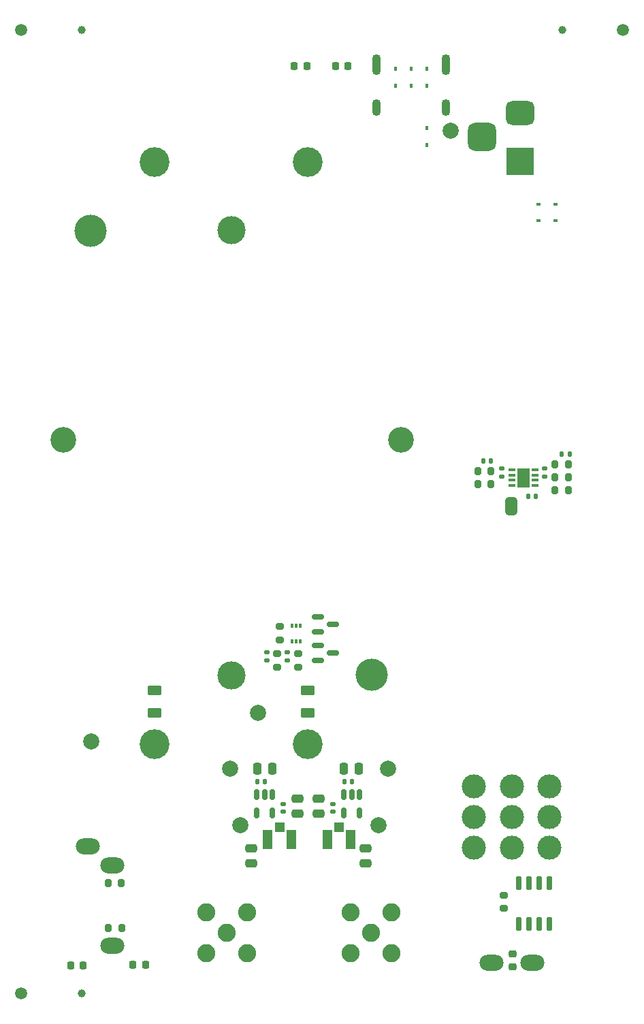
<source format=gbr>
%TF.GenerationSoftware,KiCad,Pcbnew,9.0.2+dfsg-1*%
%TF.CreationDate,2025-07-08T11:28:32+01:00*%
%TF.ProjectId,low-noise-power-probe-panel,6c6f772d-6e6f-4697-9365-2d706f776572,rev?*%
%TF.SameCoordinates,Original*%
%TF.FileFunction,Soldermask,Bot*%
%TF.FilePolarity,Negative*%
%FSLAX46Y46*%
G04 Gerber Fmt 4.6, Leading zero omitted, Abs format (unit mm)*
G04 Created by KiCad (PCBNEW 9.0.2+dfsg-1) date 2025-07-08 11:28:32*
%MOMM*%
%LPD*%
G01*
G04 APERTURE LIST*
G04 Aperture macros list*
%AMRoundRect*
0 Rectangle with rounded corners*
0 $1 Rounding radius*
0 $2 $3 $4 $5 $6 $7 $8 $9 X,Y pos of 4 corners*
0 Add a 4 corners polygon primitive as box body*
4,1,4,$2,$3,$4,$5,$6,$7,$8,$9,$2,$3,0*
0 Add four circle primitives for the rounded corners*
1,1,$1+$1,$2,$3*
1,1,$1+$1,$4,$5*
1,1,$1+$1,$6,$7*
1,1,$1+$1,$8,$9*
0 Add four rect primitives between the rounded corners*
20,1,$1+$1,$2,$3,$4,$5,0*
20,1,$1+$1,$4,$5,$6,$7,0*
20,1,$1+$1,$6,$7,$8,$9,0*
20,1,$1+$1,$8,$9,$2,$3,0*%
%AMFreePoly0*
4,1,23,0.500000,-0.750000,0.000000,-0.750000,0.000000,-0.745722,-0.065263,-0.745722,-0.191342,-0.711940,-0.304381,-0.646677,-0.396677,-0.554381,-0.461940,-0.441342,-0.495722,-0.315263,-0.495722,-0.250000,-0.500000,-0.250000,-0.500000,0.250000,-0.495722,0.250000,-0.495722,0.315263,-0.461940,0.441342,-0.396677,0.554381,-0.304381,0.646677,-0.191342,0.711940,-0.065263,0.745722,0.000000,0.745722,
0.000000,0.750000,0.500000,0.750000,0.500000,-0.750000,0.500000,-0.750000,$1*%
%AMFreePoly1*
4,1,23,0.000000,0.745722,0.065263,0.745722,0.191342,0.711940,0.304381,0.646677,0.396677,0.554381,0.461940,0.441342,0.495722,0.315263,0.495722,0.250000,0.500000,0.250000,0.500000,-0.250000,0.495722,-0.250000,0.495722,-0.315263,0.461940,-0.441342,0.396677,-0.554381,0.304381,-0.646677,0.191342,-0.711940,0.065263,-0.745722,0.000000,-0.745722,0.000000,-0.750000,-0.500000,-0.750000,
-0.500000,0.750000,0.000000,0.750000,0.000000,0.745722,0.000000,0.745722,$1*%
G04 Aperture macros list end*
%ADD10C,3.000000*%
%ADD11O,3.000000X2.000000*%
%ADD12C,1.500000*%
%ADD13C,3.200000*%
%ADD14C,2.250000*%
%ADD15O,1.100000X2.100000*%
%ADD16O,1.100000X2.600000*%
%ADD17R,3.500000X3.500000*%
%ADD18RoundRect,0.750000X-1.000000X0.750000X-1.000000X-0.750000X1.000000X-0.750000X1.000000X0.750000X0*%
%ADD19RoundRect,0.875000X-0.875000X0.875000X-0.875000X-0.875000X0.875000X-0.875000X0.875000X0.875000X0*%
%ADD20C,2.000000*%
%ADD21C,3.500000*%
%ADD22C,4.000000*%
%ADD23C,3.700000*%
%ADD24RoundRect,0.218750X-0.218750X-0.256250X0.218750X-0.256250X0.218750X0.256250X-0.218750X0.256250X0*%
%ADD25R,0.450000X0.600000*%
%ADD26RoundRect,0.200000X0.200000X0.275000X-0.200000X0.275000X-0.200000X-0.275000X0.200000X-0.275000X0*%
%ADD27R,0.300000X0.520000*%
%ADD28RoundRect,0.250000X0.625000X-0.375000X0.625000X0.375000X-0.625000X0.375000X-0.625000X-0.375000X0*%
%ADD29RoundRect,0.200000X-0.200000X-0.275000X0.200000X-0.275000X0.200000X0.275000X-0.200000X0.275000X0*%
%ADD30RoundRect,0.200000X-0.275000X0.200000X-0.275000X-0.200000X0.275000X-0.200000X0.275000X0.200000X0*%
%ADD31RoundRect,0.140000X-0.140000X-0.170000X0.140000X-0.170000X0.140000X0.170000X-0.140000X0.170000X0*%
%ADD32RoundRect,0.218750X0.256250X-0.218750X0.256250X0.218750X-0.256250X0.218750X-0.256250X-0.218750X0*%
%ADD33RoundRect,0.250000X-0.250000X-0.475000X0.250000X-0.475000X0.250000X0.475000X-0.250000X0.475000X0*%
%ADD34RoundRect,0.140000X0.170000X-0.140000X0.170000X0.140000X-0.170000X0.140000X-0.170000X-0.140000X0*%
%ADD35RoundRect,0.150000X-0.150000X0.512500X-0.150000X-0.512500X0.150000X-0.512500X0.150000X0.512500X0*%
%ADD36RoundRect,0.140000X-0.170000X0.140000X-0.170000X-0.140000X0.170000X-0.140000X0.170000X0.140000X0*%
%ADD37R,0.600000X0.450000*%
%ADD38RoundRect,0.250000X-0.625000X0.375000X-0.625000X-0.375000X0.625000X-0.375000X0.625000X0.375000X0*%
%ADD39RoundRect,0.250000X-0.475000X0.250000X-0.475000X-0.250000X0.475000X-0.250000X0.475000X0.250000X0*%
%ADD40RoundRect,0.150000X-0.587500X-0.150000X0.587500X-0.150000X0.587500X0.150000X-0.587500X0.150000X0*%
%ADD41RoundRect,0.140000X0.140000X0.170000X-0.140000X0.170000X-0.140000X-0.170000X0.140000X-0.170000X0*%
%ADD42FreePoly0,90.000000*%
%ADD43FreePoly1,90.000000*%
%ADD44RoundRect,0.150000X-0.150000X0.725000X-0.150000X-0.725000X0.150000X-0.725000X0.150000X0.725000X0*%
%ADD45RoundRect,0.250000X0.475000X-0.250000X0.475000X0.250000X-0.475000X0.250000X-0.475000X-0.250000X0*%
%ADD46RoundRect,0.101600X0.525000X-1.100000X0.525000X1.100000X-0.525000X1.100000X-0.525000X-1.100000X0*%
%ADD47RoundRect,0.101600X0.500000X-0.525000X0.500000X0.525000X-0.500000X0.525000X-0.500000X-0.525000X0*%
%ADD48C,1.000000*%
%ADD49RoundRect,0.200000X0.275000X-0.200000X0.275000X0.200000X-0.275000X0.200000X-0.275000X-0.200000X0*%
%ADD50RoundRect,0.087500X0.337500X0.087500X-0.337500X0.087500X-0.337500X-0.087500X0.337500X-0.087500X0*%
%ADD51R,1.650000X2.400000*%
G04 APERTURE END LIST*
%TO.C,JP1*%
G36*
X234250000Y-81825000D02*
G01*
X232750000Y-81825000D01*
X232750000Y-81525000D01*
X234250000Y-81525000D01*
X234250000Y-81825000D01*
G37*
%TD*%
D10*
%TO.C,SW1*%
X238300000Y-124120000D03*
X233600000Y-124120000D03*
X228900000Y-124120000D03*
X238300000Y-120310000D03*
X233600000Y-120310000D03*
X228900000Y-120310000D03*
X238300000Y-116500000D03*
X233600000Y-116500000D03*
X228900000Y-116500000D03*
D11*
X231060000Y-138470000D03*
X236140000Y-138470000D03*
%TD*%
D12*
%TO.C,KiKit_TO_3*%
X172600000Y-142300000D03*
%TD*%
D13*
%TO.C,REF\u002A\u002A*%
X177800000Y-73475000D03*
%TD*%
D11*
%TO.C,RV1*%
X183900000Y-136325000D03*
X180900000Y-124025000D03*
X183900000Y-126325000D03*
%TD*%
D14*
%TO.C,J1*%
X198100000Y-134775000D03*
X200640000Y-137315000D03*
X200640000Y-132235000D03*
X195560000Y-137315000D03*
X195560000Y-132235000D03*
%TD*%
D13*
%TO.C,REF\u002A\u002A*%
X219800000Y-73475000D03*
%TD*%
D15*
%TO.C,J4*%
X225429483Y-32125000D03*
D16*
X225429483Y-26765000D03*
D15*
X216789483Y-32125000D03*
D16*
X216789483Y-26765000D03*
%TD*%
D17*
%TO.C,J3*%
X234600000Y-38775000D03*
D18*
X234600000Y-32775000D03*
D19*
X229900000Y-35775000D03*
%TD*%
D12*
%TO.C,KiKit_TO_1*%
X172600000Y-22500000D03*
%TD*%
%TO.C,KiKit_TO_2*%
X247400000Y-22500000D03*
%TD*%
D20*
%TO.C,BT1*%
X181300000Y-110975000D03*
D21*
X198700000Y-102775000D03*
D22*
X216200000Y-102675000D03*
X181200000Y-47475000D03*
D21*
X198700000Y-47375000D03*
D23*
X189150000Y-111250000D03*
X189150000Y-38900000D03*
X208250000Y-111250000D03*
X208250000Y-38900000D03*
%TD*%
D14*
%TO.C,J2*%
X216100000Y-134735000D03*
X218640000Y-137275000D03*
X218640000Y-132195000D03*
X213560000Y-137275000D03*
X213560000Y-132195000D03*
%TD*%
D20*
%TO.C,TP3*%
X198600000Y-114375000D03*
%TD*%
%TO.C,TP9*%
X217000000Y-121375000D03*
%TD*%
D24*
%TO.C,D1*%
X206537500Y-26925000D03*
X208112500Y-26925000D03*
%TD*%
D25*
%TO.C,D9*%
X223050000Y-34675000D03*
X223050000Y-36775000D03*
%TD*%
D26*
%TO.C,R30*%
X231025000Y-78975000D03*
X229375000Y-78975000D03*
%TD*%
D27*
%TO.C,U10*%
X206300000Y-96585000D03*
X206800000Y-96585000D03*
X207300000Y-96585000D03*
X207300000Y-98465000D03*
X206800000Y-98465000D03*
X206300000Y-98465000D03*
%TD*%
D28*
%TO.C,F3*%
X189150000Y-107375000D03*
X189150000Y-104575000D03*
%TD*%
D29*
%TO.C,R29*%
X238975000Y-79675000D03*
X240625000Y-79675000D03*
%TD*%
D24*
%TO.C,D3*%
X178712500Y-138775000D03*
X180287500Y-138775000D03*
%TD*%
D30*
%TO.C,R32*%
X207000000Y-100035000D03*
X207000000Y-101685000D03*
%TD*%
D25*
%TO.C,D11*%
X223050000Y-29375000D03*
X223050000Y-27275000D03*
%TD*%
D31*
%TO.C,C2*%
X235620000Y-80475000D03*
X236580000Y-80475000D03*
%TD*%
D26*
%TO.C,R11*%
X231025000Y-77375000D03*
X229375000Y-77375000D03*
%TD*%
D29*
%TO.C,R27*%
X238975000Y-76475000D03*
X240625000Y-76475000D03*
%TD*%
D20*
%TO.C,TP8*%
X218200000Y-114375000D03*
%TD*%
D32*
%TO.C,D6*%
X233700000Y-138937500D03*
X233700000Y-137362500D03*
%TD*%
D30*
%TO.C,R33*%
X204400000Y-100035000D03*
X204400000Y-101685000D03*
%TD*%
D33*
%TO.C,C5*%
X201950000Y-114375000D03*
X203850000Y-114375000D03*
%TD*%
D25*
%TO.C,D12*%
X221100000Y-29375000D03*
X221100000Y-27275000D03*
%TD*%
D34*
%TO.C,C13*%
X211375000Y-119680000D03*
X211375000Y-118720000D03*
%TD*%
D20*
%TO.C,TP7*%
X202000000Y-107375000D03*
%TD*%
D34*
%TO.C,C17*%
X237700000Y-77985000D03*
X237700000Y-77025000D03*
%TD*%
D25*
%TO.C,D10*%
X219150000Y-29375000D03*
X219150000Y-27275000D03*
%TD*%
D31*
%TO.C,C15*%
X230040000Y-76075000D03*
X231000000Y-76075000D03*
%TD*%
D35*
%TO.C,U5*%
X212725000Y-117562500D03*
X213675000Y-117562500D03*
X214625000Y-117562500D03*
X214625000Y-119837500D03*
X212725000Y-119837500D03*
%TD*%
D36*
%TO.C,C18*%
X232300000Y-77015000D03*
X232300000Y-77975000D03*
%TD*%
D37*
%TO.C,D13*%
X239050000Y-44175000D03*
X236950000Y-44175000D03*
%TD*%
%TO.C,D15*%
X239050000Y-46175000D03*
X236950000Y-46175000D03*
%TD*%
D38*
%TO.C,F4*%
X208250000Y-104575000D03*
X208250000Y-107375000D03*
%TD*%
D39*
%TO.C,C12*%
X209575000Y-118050000D03*
X209575000Y-119950000D03*
%TD*%
D40*
%TO.C,Q2*%
X209500000Y-100885000D03*
X209500000Y-98985000D03*
X211375000Y-99935000D03*
%TD*%
D41*
%TO.C,C6*%
X202880000Y-115975000D03*
X201920000Y-115975000D03*
%TD*%
D42*
%TO.C,JP1*%
X233500000Y-82325000D03*
D43*
X233500000Y-81025000D03*
%TD*%
D44*
%TO.C,U7*%
X234495000Y-128525000D03*
X235765000Y-128525000D03*
X237035000Y-128525000D03*
X238305000Y-128525000D03*
X238305000Y-133675000D03*
X237035000Y-133675000D03*
X235765000Y-133675000D03*
X234495000Y-133675000D03*
%TD*%
D26*
%TO.C,R16*%
X185075000Y-134125000D03*
X183425000Y-134125000D03*
%TD*%
D45*
%TO.C,C7*%
X206950000Y-119950000D03*
X206950000Y-118050000D03*
%TD*%
D30*
%TO.C,R31*%
X204700000Y-96675000D03*
X204700000Y-98325000D03*
%TD*%
D20*
%TO.C,TP4*%
X199800000Y-121375000D03*
%TD*%
D29*
%TO.C,R28*%
X238975000Y-78075000D03*
X240625000Y-78075000D03*
%TD*%
D33*
%TO.C,C10*%
X212675000Y-114375000D03*
X214575000Y-114375000D03*
%TD*%
D35*
%TO.C,U3*%
X201900000Y-117537500D03*
X202850000Y-117537500D03*
X203800000Y-117537500D03*
X203800000Y-119812500D03*
X201900000Y-119812500D03*
%TD*%
D45*
%TO.C,C30*%
X215400000Y-126125000D03*
X215400000Y-124225000D03*
%TD*%
D46*
%TO.C,TP10*%
X213575000Y-123125000D03*
X210625000Y-123125000D03*
D47*
X212100000Y-121600000D03*
%TD*%
D46*
%TO.C,TP5*%
X206175000Y-123125000D03*
X203225000Y-123125000D03*
D47*
X204700000Y-121600000D03*
%TD*%
D34*
%TO.C,C20*%
X203100000Y-100840000D03*
X203100000Y-99880000D03*
%TD*%
D48*
%TO.C,KiKit_FID_B_1*%
X180100000Y-22500000D03*
%TD*%
D40*
%TO.C,Q3*%
X209500000Y-97325000D03*
X209500000Y-95425000D03*
X211375000Y-96375000D03*
%TD*%
D20*
%TO.C,TP21*%
X226000000Y-35000000D03*
%TD*%
D41*
%TO.C,C11*%
X213705000Y-115975000D03*
X212745000Y-115975000D03*
%TD*%
D48*
%TO.C,KiKit_FID_B_2*%
X239900000Y-22500000D03*
%TD*%
D24*
%TO.C,D4*%
X186462500Y-138750000D03*
X188037500Y-138750000D03*
%TD*%
%TO.C,D5*%
X211662500Y-26925000D03*
X213237500Y-26925000D03*
%TD*%
D49*
%TO.C,R20*%
X232600000Y-131725000D03*
X232600000Y-130075000D03*
%TD*%
D39*
%TO.C,C29*%
X201200000Y-124225000D03*
X201200000Y-126125000D03*
%TD*%
D36*
%TO.C,C8*%
X205150000Y-118720000D03*
X205150000Y-119680000D03*
%TD*%
D34*
%TO.C,C23*%
X205700000Y-100840000D03*
X205700000Y-99880000D03*
%TD*%
D50*
%TO.C,U9*%
X236500000Y-77175000D03*
X236500000Y-77825000D03*
X236500000Y-78475000D03*
X236500000Y-79125000D03*
X233600000Y-79125000D03*
X233600000Y-78475000D03*
X233600000Y-77825000D03*
X233600000Y-77175000D03*
D51*
X235050000Y-78150000D03*
%TD*%
D41*
%TO.C,C16*%
X240780000Y-75175000D03*
X239820000Y-75175000D03*
%TD*%
D29*
%TO.C,R17*%
X183375000Y-128525000D03*
X185025000Y-128525000D03*
%TD*%
D48*
%TO.C,KiKit_FID_B_3*%
X180100000Y-142300000D03*
%TD*%
M02*

</source>
